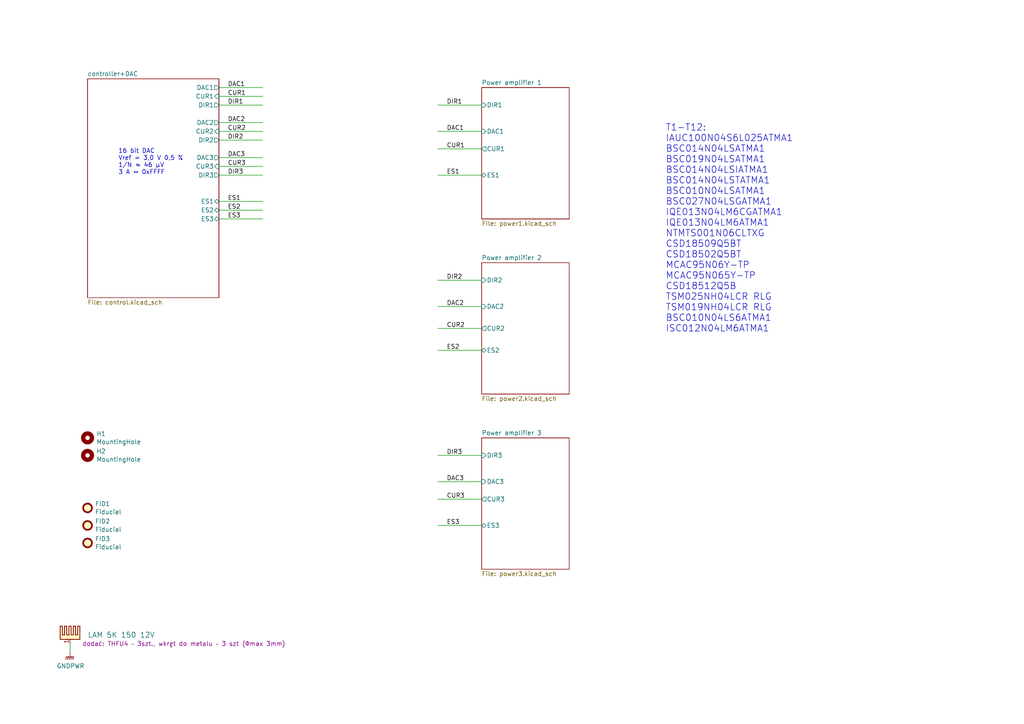
<source format=kicad_sch>
(kicad_sch (version 20230121) (generator eeschema)
  (paper "A4")
  (title_block (title "Compensation coils driver") (date "2022-03-22") (rev "2.0") (company "UMK (NCU) Toruń") (comment 1 "KL FAMO") (comment 2 "design by: mgr inż. Adam Ledziński") (comment 4 "PL: Zasilacz cewek kompensacyjnych (3x3A)"))
  (lib_symbols
    (symbol "Mechanical:Fiducial"
      (property "Reference" "FID" (at 0 5.08 0))
      (property "Value" "Fiducial" (at 0 3.175 0))
      (symbol "Fiducial_0_1"
        (circle (center 0 0) (radius 1.27) (stroke (width 0.508)) (fill (type background)))
      )
    )
    (symbol "Mechanical:Heatsink_Pad" (pin_names (offset 0))
      (property "Reference" "HS" (at 0 5.715 0))
      (property "Value" "Heatsink_Pad" (at 0 3.81 0))
      (symbol "Heatsink_Pad_0_1"
        (polyline (pts (xy -0.3302 0) (xy -0.9652 0) (xy -0.9652 2.54) (xy -1.6002 2.54) (xy -1.6002 0) (xy -2.2352 0) (xy -2.2352 2.54) (xy -2.8702 2.54) (xy -2.8702 -1.27) (xy -0.9652 -1.27)) (stroke (width 0.254)) (fill (type background)))
        (polyline (pts (xy -0.3302 0) (xy -0.3302 2.54) (xy 0.3048 2.54) (xy 0.3048 0) (xy 0.9398 0) (xy 0.9398 2.54) (xy 1.5748 2.54) (xy 1.5748 0) (xy 2.2098 0) (xy 2.2098 2.54) (xy 2.8448 2.54) (xy 2.8448 -1.27) (xy -0.9652 -1.27)) (stroke (width 0.254)) (fill (type background)))
      )
      (symbol "Heatsink_Pad_1_1"
        (pin passive line (at 0 -2.54 90) (length 1.27) (name "~") (number "1"))
      )
    )
    (symbol "Mechanical:MountingHole" (pin_names (offset 1.016))
      (property "Reference" "H" (at 0 5.08 0))
      (property "Value" "MountingHole" (at 0 3.175 0))
      (symbol "MountingHole_0_1"
        (circle (center 0 0) (radius 1.27) (stroke (width 1.27)))
      )
    )
    (symbol "power:GNDPWR" (power) (pin_names (offset 0))
      (property "Value" "GNDPWR" (at 0 -3.302 0))
      (symbol "GNDPWR_0_1"
        (polyline (pts (xy 0 -1.27) (xy 0 0)))
        (polyline (pts (xy -1.016 -1.27) (xy -1.27 -2.032) (xy -1.27 -2.032)) (stroke (width 0.2032)))
        (polyline (pts (xy -0.508 -1.27) (xy -0.762 -2.032) (xy -0.762 -2.032)) (stroke (width 0.2032)))
        (polyline (pts (xy 0 -1.27) (xy -0.254 -2.032) (xy -0.254 -2.032)) (stroke (width 0.2032)))
        (polyline (pts (xy 0.508 -1.27) (xy 0.254 -2.032) (xy 0.254 -2.032)) (stroke (width 0.2032)))
        (polyline (pts (xy 1.016 -1.27) (xy -1.016 -1.27) (xy -1.016 -1.27)) (stroke (width 0.2032)))
        (polyline (pts (xy 1.016 -1.27) (xy 0.762 -2.032) (xy 0.762 -2.032) (xy 0.762 -2.032)) (stroke (width 0.2032)))
      )
      (symbol "GNDPWR_1_1"
        (pin power_in line (at 0 0 270) (length 0) hide (name "GNDPWR") (number "1"))
      )
    )
  )
  (wire (pts (xy 127 101.6) (xy 139.7 101.6)))
  (wire (pts (xy 127 95.25) (xy 139.7 95.25)))
  (wire (pts (xy 63.5 40.64) (xy 76.2 40.64)))
  (wire (pts (xy 63.5 27.94) (xy 76.2 27.94)))
  (wire (pts (xy 127 88.9) (xy 139.7 88.9)))
  (wire (pts (xy 63.5 63.5) (xy 76.2 63.5)))
  (wire (pts (xy 63.5 48.26) (xy 76.2 48.26)))
  (wire (pts (xy 127 38.1) (xy 139.7 38.1)))
  (wire (pts (xy 127 144.78) (xy 139.7 144.78)))
  (wire (pts (xy 63.5 38.1) (xy 76.2 38.1)))
  (wire (pts (xy 127 30.48) (xy 139.7 30.48)))
  (wire (pts (xy 127 152.4) (xy 139.7 152.4)))
  (wire (pts (xy 127 50.8) (xy 139.7 50.8)))
  (wire (pts (xy 127 132.08) (xy 139.7 132.08)))
  (wire (pts (xy 20.32 186.69) (xy 20.32 189.23)))
  (wire (pts (xy 127 43.18) (xy 139.7 43.18)))
  (wire (pts (xy 63.5 25.4) (xy 76.2 25.4)))
  (wire (pts (xy 127 139.7) (xy 139.7 139.7)))
  (wire (pts (xy 63.5 30.48) (xy 76.2 30.48)))
  (wire (pts (xy 63.5 60.96) (xy 76.2 60.96)))
  (wire (pts (xy 63.5 58.42) (xy 76.2 58.42)))
  (wire (pts (xy 63.5 45.72) (xy 76.2 45.72)))
  (wire (pts (xy 63.5 50.8) (xy 76.2 50.8)))
  (wire (pts (xy 127 81.28) (xy 139.7 81.28)))
  (wire (pts (xy 63.5 35.56) (xy 76.2 35.56)))
  (text "16 bit DAC\nVref = 3,0 V 0,5 %\n1/N ≈ 46 µV\n3 A ↔ 0xFFFF" (at 34.29 50.8 0) (effects (font (size 1.27 1.27)) (justify left bottom)))
  (text "T1-T12:\nIAUC100N04S6L025ATMA1\nBSC014N04LSATMA1\nBSC019N04LSATMA1\nBSC014N04LSIATMA1\nBSC014N04LSTATMA1\nBSC010N04LSATMA1\nBSC027N04LSGATMA1\nIQE013N04LM6CGATMA1\nIQE013N04LM6ATMA1\nNTMTS001N06CLTXG\nCSD18509Q5BT\nCSD18502Q5BT\nMCAC95N06Y-TP\nMCAC95N065Y-TP\nCSD18512Q5B\nTSM025NH04LCR RLG\nTSM019NH04LCR RLG\nBSC010N04LS6ATMA1\nISC012N04LM6ATMA1\n" (at 193.04 96.52 0) (effects (font (size 1.905 1.905)) (justify left bottom)))
  (label "CUR2" (at 66.04 38.1 0))
  (label "DIR1" (at 66.04 30.48 0))
  (label "DAC2" (at 129.54 88.9 0))
  (label "ES1" (at 66.04 58.42 0))
  (label "CUR1" (at 66.04 27.94 0))
  (label "DIR2" (at 129.54 81.28 0))
  (label "DAC1" (at 66.04 25.4 0))
  (label "ES3" (at 129.54 152.4 0))
  (label "DIR1" (at 129.54 30.48 0))
  (label "DIR3" (at 129.54 132.08 0))
  (label "CUR2" (at 129.54 95.25 0))
  (label "ES2" (at 129.54 101.6 0))
  (label "CUR3" (at 66.04 48.26 0))
  (label "ES1" (at 129.54 50.8 0))
  (label "DAC3" (at 129.54 139.7 0))
  (label "DAC2" (at 66.04 35.56 0))
  (label "ES2" (at 66.04 60.96 0))
  (label "ES3" (at 66.04 63.5 0))
  (label "DAC3" (at 66.04 45.72 0))
  (label "CUR3" (at 129.54 144.78 0))
  (label "DAC1" (at 129.54 38.1 0))
  (label "CUR1" (at 129.54 43.18 0))
  (label "DIR3" (at 66.04 50.8 0))
  (label "DIR2" (at 66.04 40.64 0))
  (symbol (lib_id "power:GNDPWR") (at 20.32 189.23 0) (unit 1)
    (property "Reference" "#PWR01" (effects hide))
    (property "Value" "GNDPWR" (at 20.4724 193.167 0))
  )
  (symbol (lib_id "Mechanical:Heatsink_Pad") (at 20.32 184.15 0) (unit 1)
    (property "Reference" "PD7" (effects hide))
    (property "Value" "LAM 5K 150 12V" (at 25.4 184.15 0) (effects (font (size 1.524 1.524)) (justify left)))
    (property "Footprint" "ff_lib:Heatsink_50x50x150mm_with_fan_C" (effects hide))
    (property "Datasheet" "https://www.fischerelektronik.de/web_fischer/en_GB/VA/LAM3K10012/datasheet.xhtml?branch=heatsinks" (effects hide))
    (property "Comm" "dodać: THFU4 – 3szt., wkręt do metalu – 3 szt (Φmax 3mm)" (at 53.34 186.69 0))
  )
  (symbol (lib_id "Mechanical:MountingHole") (at 25.4 127 0) (unit 1)
    (property "Reference" "H1" (at 27.94 125.8062 0) (effects (justify left)))
    (property "Value" "MountingHole" (at 27.94 128.1684 0) (effects (justify left)))
    (property "Footprint" "Mounting_Holes:MountingHole_3.2mm_M3_Pad_Via" (effects hide))
  )
  (symbol (lib_id "Mechanical:MountingHole") (at 25.4 132.08 0) (unit 1)
    (property "Reference" "H2" (at 27.94 130.8862 0) (effects (justify left)))
    (property "Value" "MountingHole" (at 27.94 133.2484 0) (effects (justify left)))
    (property "Footprint" "Mounting_Holes:MountingHole_3.2mm_M3_Pad_Via" (effects hide))
  )
  (symbol (lib_id "Mechanical:Fiducial") (at 25.4 147.32 0) (unit 1)
    (property "Reference" "FID1" (at 27.559 146.1262 0) (effects (justify left)))
    (property "Value" "Fiducial" (at 27.559 148.4884 0) (effects (justify left)))
    (property "Footprint" "Fiducials:Fiducial_0.5mm_Dia_1mm_Outer" (effects hide))
  )
  (symbol (lib_id "Mechanical:Fiducial") (at 25.4 152.4 0) (unit 1)
    (property "Reference" "FID2" (at 27.559 151.2062 0) (effects (justify left)))
    (property "Value" "Fiducial" (at 27.559 153.5684 0) (effects (justify left)))
    (property "Footprint" "Fiducials:Fiducial_0.5mm_Dia_1mm_Outer" (effects hide))
  )
  (symbol (lib_id "Mechanical:Fiducial") (at 25.4 157.48 0) (unit 1)
    (property "Reference" "FID3" (at 27.559 156.2862 0) (effects (justify left)))
    (property "Value" "Fiducial" (at 27.559 158.6484 0) (effects (justify left)))
    (property "Footprint" "Fiducials:Fiducial_0.5mm_Dia_1mm_Outer" (effects hide))
  )
  (sheet (at 139.7 127) (size 25.4 38.1)
    (property "Sheetname" "Power amplifier 3" (at 139.7 126.2884 0) (effects (justify left bottom)))
    (property "Sheetfile" "power3.kicad_sch" (at 139.7 165.6846 0) (effects (justify left top)))
    (pin "DAC3" input (at 139.7 139.7 180))
    (pin "CUR3" output (at 139.7 144.78 180))
    (pin "DIR3" input (at 139.7 132.08 180))
    (pin "ES3" bidirectional (at 139.7 152.4 180))
  )
  (sheet (at 25.4 22.86) (size 38.1 63.5)
    (property "Sheetname" "controller+DAC" (at 25.4 22.1484 0) (effects (justify left bottom)))
    (property "Sheetfile" "control.kicad_sch" (at 25.4 86.9446 0) (effects (justify left top)))
    (pin "DAC1" output (at 63.5 25.4 0))
    (pin "DAC2" output (at 63.5 35.56 0))
    (pin "DAC3" output (at 63.5 45.72 0))
    (pin "DIR1" output (at 63.5 30.48 0))
    (pin "DIR2" output (at 63.5 40.64 0))
    (pin "DIR3" output (at 63.5 50.8 0))
    (pin "CUR1" input (at 63.5 27.94 0))
    (pin "CUR2" input (at 63.5 38.1 0))
    (pin "CUR3" input (at 63.5 48.26 0))
    (pin "ES1" bidirectional (at 63.5 58.42 0))
    (pin "ES2" bidirectional (at 63.5 60.96 0))
    (pin "ES3" bidirectional (at 63.5 63.5 0))
  )
  (sheet (at 139.7 25.4) (size 25.4 38.1)
    (property "Sheetname" "Power amplifier 1" (at 139.7 24.6884 0) (effects (justify left bottom)))
    (property "Sheetfile" "power1.kicad_sch" (at 139.7 64.0846 0) (effects (justify left top)))
    (pin "DAC1" input (at 139.7 38.1 180))
    (pin "CUR1" output (at 139.7 43.18 180))
    (pin "DIR1" input (at 139.7 30.48 180))
    (pin "ES1" bidirectional (at 139.7 50.8 180))
  )
  (sheet (at 139.7 76.2) (size 25.4 38.1)
    (property "Sheetname" "Power amplifier 2" (at 139.7 75.4884 0) (effects (justify left bottom)))
    (property "Sheetfile" "power2.kicad_sch" (at 139.7 114.8846 0) (effects (justify left top)))
    (pin "DAC2" input (at 139.7 88.9 180))
    (pin "CUR2" output (at 139.7 95.25 180))
    (pin "DIR2" input (at 139.7 81.28 180))
    (pin "ES2" bidirectional (at 139.7 101.6 180))
  )
)
</source>
